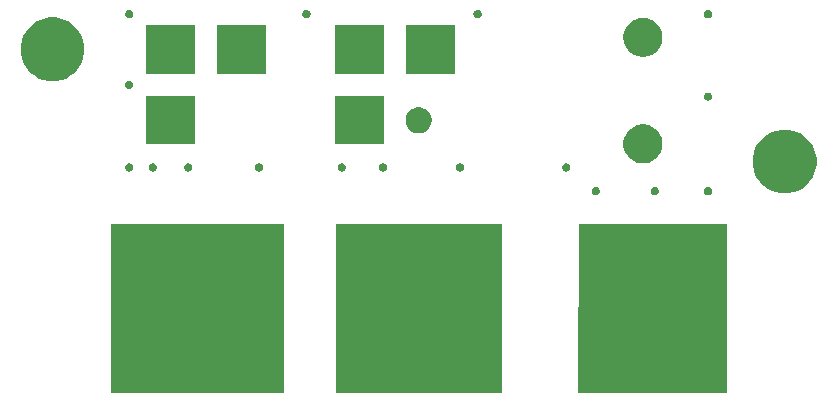
<source format=gbr>
G04 #@! TF.GenerationSoftware,KiCad,Pcbnew,(5.1.5)-3*
G04 #@! TF.CreationDate,2020-06-04T11:53:39+03:00*
G04 #@! TF.ProjectId,kelvin,6b656c76-696e-42e6-9b69-6361645f7063,rev?*
G04 #@! TF.SameCoordinates,Original*
G04 #@! TF.FileFunction,Soldermask,Top*
G04 #@! TF.FilePolarity,Negative*
%FSLAX46Y46*%
G04 Gerber Fmt 4.6, Leading zero omitted, Abs format (unit mm)*
G04 Created by KiCad (PCBNEW (5.1.5)-3) date 2020-06-04 11:53:39*
%MOMM*%
%LPD*%
G04 APERTURE LIST*
%ADD10C,0.100000*%
G04 APERTURE END LIST*
D10*
G36*
X153000000Y-110000000D02*
G01*
X140500000Y-110000000D01*
X140550000Y-95800000D01*
X153050000Y-95800000D01*
X153000000Y-110000000D01*
G37*
X153000000Y-110000000D02*
X140500000Y-110000000D01*
X140550000Y-95800000D01*
X153050000Y-95800000D01*
X153000000Y-110000000D01*
G36*
X115500000Y-110000000D02*
G01*
X101000000Y-110000000D01*
X101000000Y-95800000D01*
X115500000Y-95800000D01*
X115500000Y-110000000D01*
G37*
X115500000Y-110000000D02*
X101000000Y-110000000D01*
X101000000Y-95800000D01*
X115500000Y-95800000D01*
X115500000Y-110000000D01*
G36*
X134000000Y-110000000D02*
G01*
X120000000Y-110000000D01*
X120000000Y-95800000D01*
X134000000Y-95800000D01*
X134000000Y-110000000D01*
G37*
X134000000Y-110000000D02*
X120000000Y-110000000D01*
X120000000Y-95800000D01*
X134000000Y-95800000D01*
X134000000Y-110000000D01*
G36*
X151602383Y-92662489D02*
G01*
X151602386Y-92662490D01*
X151602385Y-92662490D01*
X151666258Y-92688946D01*
X151723748Y-92727360D01*
X151772640Y-92776252D01*
X151811054Y-92833742D01*
X151832624Y-92885818D01*
X151837511Y-92897617D01*
X151851000Y-92965430D01*
X151851000Y-93034570D01*
X151837511Y-93102383D01*
X151837510Y-93102385D01*
X151811054Y-93166258D01*
X151772640Y-93223748D01*
X151723748Y-93272640D01*
X151666258Y-93311054D01*
X151614182Y-93332624D01*
X151602383Y-93337511D01*
X151534570Y-93351000D01*
X151465430Y-93351000D01*
X151397617Y-93337511D01*
X151385818Y-93332624D01*
X151333742Y-93311054D01*
X151276252Y-93272640D01*
X151227360Y-93223748D01*
X151188946Y-93166258D01*
X151162490Y-93102385D01*
X151162489Y-93102383D01*
X151149000Y-93034570D01*
X151149000Y-92965430D01*
X151162489Y-92897617D01*
X151167376Y-92885818D01*
X151188946Y-92833742D01*
X151227360Y-92776252D01*
X151276252Y-92727360D01*
X151333742Y-92688946D01*
X151397615Y-92662490D01*
X151397614Y-92662490D01*
X151397617Y-92662489D01*
X151465430Y-92649000D01*
X151534570Y-92649000D01*
X151602383Y-92662489D01*
G37*
G36*
X142102383Y-92662489D02*
G01*
X142102386Y-92662490D01*
X142102385Y-92662490D01*
X142166258Y-92688946D01*
X142223748Y-92727360D01*
X142272640Y-92776252D01*
X142311054Y-92833742D01*
X142332624Y-92885818D01*
X142337511Y-92897617D01*
X142351000Y-92965430D01*
X142351000Y-93034570D01*
X142337511Y-93102383D01*
X142337510Y-93102385D01*
X142311054Y-93166258D01*
X142272640Y-93223748D01*
X142223748Y-93272640D01*
X142166258Y-93311054D01*
X142114182Y-93332624D01*
X142102383Y-93337511D01*
X142034570Y-93351000D01*
X141965430Y-93351000D01*
X141897617Y-93337511D01*
X141885818Y-93332624D01*
X141833742Y-93311054D01*
X141776252Y-93272640D01*
X141727360Y-93223748D01*
X141688946Y-93166258D01*
X141662490Y-93102385D01*
X141662489Y-93102383D01*
X141649000Y-93034570D01*
X141649000Y-92965430D01*
X141662489Y-92897617D01*
X141667376Y-92885818D01*
X141688946Y-92833742D01*
X141727360Y-92776252D01*
X141776252Y-92727360D01*
X141833742Y-92688946D01*
X141897615Y-92662490D01*
X141897614Y-92662490D01*
X141897617Y-92662489D01*
X141965430Y-92649000D01*
X142034570Y-92649000D01*
X142102383Y-92662489D01*
G37*
G36*
X147102383Y-92662489D02*
G01*
X147102386Y-92662490D01*
X147102385Y-92662490D01*
X147166258Y-92688946D01*
X147223748Y-92727360D01*
X147272640Y-92776252D01*
X147311054Y-92833742D01*
X147332624Y-92885818D01*
X147337511Y-92897617D01*
X147351000Y-92965430D01*
X147351000Y-93034570D01*
X147337511Y-93102383D01*
X147337510Y-93102385D01*
X147311054Y-93166258D01*
X147272640Y-93223748D01*
X147223748Y-93272640D01*
X147166258Y-93311054D01*
X147114182Y-93332624D01*
X147102383Y-93337511D01*
X147034570Y-93351000D01*
X146965430Y-93351000D01*
X146897617Y-93337511D01*
X146885818Y-93332624D01*
X146833742Y-93311054D01*
X146776252Y-93272640D01*
X146727360Y-93223748D01*
X146688946Y-93166258D01*
X146662490Y-93102385D01*
X146662489Y-93102383D01*
X146649000Y-93034570D01*
X146649000Y-92965430D01*
X146662489Y-92897617D01*
X146667376Y-92885818D01*
X146688946Y-92833742D01*
X146727360Y-92776252D01*
X146776252Y-92727360D01*
X146833742Y-92688946D01*
X146897615Y-92662490D01*
X146897614Y-92662490D01*
X146897617Y-92662489D01*
X146965430Y-92649000D01*
X147034570Y-92649000D01*
X147102383Y-92662489D01*
G37*
G36*
X158787852Y-87902797D02*
G01*
X159279402Y-88106404D01*
X159279403Y-88106405D01*
X159721787Y-88401996D01*
X160098004Y-88778213D01*
X160137544Y-88837389D01*
X160393596Y-89220598D01*
X160597203Y-89712148D01*
X160701000Y-90233973D01*
X160701000Y-90766027D01*
X160597203Y-91287852D01*
X160393596Y-91779402D01*
X160393595Y-91779403D01*
X160098004Y-92221787D01*
X159721787Y-92598004D01*
X159426195Y-92795512D01*
X159279402Y-92893596D01*
X158787852Y-93097203D01*
X158266027Y-93201000D01*
X157733973Y-93201000D01*
X157212148Y-93097203D01*
X156720598Y-92893596D01*
X156573805Y-92795512D01*
X156278213Y-92598004D01*
X155901996Y-92221787D01*
X155606405Y-91779403D01*
X155606404Y-91779402D01*
X155402797Y-91287852D01*
X155299000Y-90766027D01*
X155299000Y-90233973D01*
X155402797Y-89712148D01*
X155606404Y-89220598D01*
X155862456Y-88837389D01*
X155901996Y-88778213D01*
X156278213Y-88401996D01*
X156720597Y-88106405D01*
X156720598Y-88106404D01*
X157212148Y-87902797D01*
X157733973Y-87799000D01*
X158266027Y-87799000D01*
X158787852Y-87902797D01*
G37*
G36*
X124102383Y-90662489D02*
G01*
X124102386Y-90662490D01*
X124102385Y-90662490D01*
X124166258Y-90688946D01*
X124223748Y-90727360D01*
X124272640Y-90776252D01*
X124311054Y-90833742D01*
X124332624Y-90885818D01*
X124337511Y-90897617D01*
X124351000Y-90965430D01*
X124351000Y-91034570D01*
X124337511Y-91102383D01*
X124337510Y-91102385D01*
X124311054Y-91166258D01*
X124272640Y-91223748D01*
X124223748Y-91272640D01*
X124166258Y-91311054D01*
X124114182Y-91332624D01*
X124102383Y-91337511D01*
X124034570Y-91351000D01*
X123965430Y-91351000D01*
X123897617Y-91337511D01*
X123885818Y-91332624D01*
X123833742Y-91311054D01*
X123776252Y-91272640D01*
X123727360Y-91223748D01*
X123688946Y-91166258D01*
X123662490Y-91102385D01*
X123662489Y-91102383D01*
X123649000Y-91034570D01*
X123649000Y-90965430D01*
X123662489Y-90897617D01*
X123667376Y-90885818D01*
X123688946Y-90833742D01*
X123727360Y-90776252D01*
X123776252Y-90727360D01*
X123833742Y-90688946D01*
X123897615Y-90662490D01*
X123897614Y-90662490D01*
X123897617Y-90662489D01*
X123965430Y-90649000D01*
X124034570Y-90649000D01*
X124102383Y-90662489D01*
G37*
G36*
X139602383Y-90662489D02*
G01*
X139602386Y-90662490D01*
X139602385Y-90662490D01*
X139666258Y-90688946D01*
X139723748Y-90727360D01*
X139772640Y-90776252D01*
X139811054Y-90833742D01*
X139832624Y-90885818D01*
X139837511Y-90897617D01*
X139851000Y-90965430D01*
X139851000Y-91034570D01*
X139837511Y-91102383D01*
X139837510Y-91102385D01*
X139811054Y-91166258D01*
X139772640Y-91223748D01*
X139723748Y-91272640D01*
X139666258Y-91311054D01*
X139614182Y-91332624D01*
X139602383Y-91337511D01*
X139534570Y-91351000D01*
X139465430Y-91351000D01*
X139397617Y-91337511D01*
X139385818Y-91332624D01*
X139333742Y-91311054D01*
X139276252Y-91272640D01*
X139227360Y-91223748D01*
X139188946Y-91166258D01*
X139162490Y-91102385D01*
X139162489Y-91102383D01*
X139149000Y-91034570D01*
X139149000Y-90965430D01*
X139162489Y-90897617D01*
X139167376Y-90885818D01*
X139188946Y-90833742D01*
X139227360Y-90776252D01*
X139276252Y-90727360D01*
X139333742Y-90688946D01*
X139397615Y-90662490D01*
X139397614Y-90662490D01*
X139397617Y-90662489D01*
X139465430Y-90649000D01*
X139534570Y-90649000D01*
X139602383Y-90662489D01*
G37*
G36*
X130602383Y-90662489D02*
G01*
X130602386Y-90662490D01*
X130602385Y-90662490D01*
X130666258Y-90688946D01*
X130723748Y-90727360D01*
X130772640Y-90776252D01*
X130811054Y-90833742D01*
X130832624Y-90885818D01*
X130837511Y-90897617D01*
X130851000Y-90965430D01*
X130851000Y-91034570D01*
X130837511Y-91102383D01*
X130837510Y-91102385D01*
X130811054Y-91166258D01*
X130772640Y-91223748D01*
X130723748Y-91272640D01*
X130666258Y-91311054D01*
X130614182Y-91332624D01*
X130602383Y-91337511D01*
X130534570Y-91351000D01*
X130465430Y-91351000D01*
X130397617Y-91337511D01*
X130385818Y-91332624D01*
X130333742Y-91311054D01*
X130276252Y-91272640D01*
X130227360Y-91223748D01*
X130188946Y-91166258D01*
X130162490Y-91102385D01*
X130162489Y-91102383D01*
X130149000Y-91034570D01*
X130149000Y-90965430D01*
X130162489Y-90897617D01*
X130167376Y-90885818D01*
X130188946Y-90833742D01*
X130227360Y-90776252D01*
X130276252Y-90727360D01*
X130333742Y-90688946D01*
X130397615Y-90662490D01*
X130397614Y-90662490D01*
X130397617Y-90662489D01*
X130465430Y-90649000D01*
X130534570Y-90649000D01*
X130602383Y-90662489D01*
G37*
G36*
X120602383Y-90662489D02*
G01*
X120602386Y-90662490D01*
X120602385Y-90662490D01*
X120666258Y-90688946D01*
X120723748Y-90727360D01*
X120772640Y-90776252D01*
X120811054Y-90833742D01*
X120832624Y-90885818D01*
X120837511Y-90897617D01*
X120851000Y-90965430D01*
X120851000Y-91034570D01*
X120837511Y-91102383D01*
X120837510Y-91102385D01*
X120811054Y-91166258D01*
X120772640Y-91223748D01*
X120723748Y-91272640D01*
X120666258Y-91311054D01*
X120614182Y-91332624D01*
X120602383Y-91337511D01*
X120534570Y-91351000D01*
X120465430Y-91351000D01*
X120397617Y-91337511D01*
X120385818Y-91332624D01*
X120333742Y-91311054D01*
X120276252Y-91272640D01*
X120227360Y-91223748D01*
X120188946Y-91166258D01*
X120162490Y-91102385D01*
X120162489Y-91102383D01*
X120149000Y-91034570D01*
X120149000Y-90965430D01*
X120162489Y-90897617D01*
X120167376Y-90885818D01*
X120188946Y-90833742D01*
X120227360Y-90776252D01*
X120276252Y-90727360D01*
X120333742Y-90688946D01*
X120397615Y-90662490D01*
X120397614Y-90662490D01*
X120397617Y-90662489D01*
X120465430Y-90649000D01*
X120534570Y-90649000D01*
X120602383Y-90662489D01*
G37*
G36*
X107602383Y-90662489D02*
G01*
X107602386Y-90662490D01*
X107602385Y-90662490D01*
X107666258Y-90688946D01*
X107723748Y-90727360D01*
X107772640Y-90776252D01*
X107811054Y-90833742D01*
X107832624Y-90885818D01*
X107837511Y-90897617D01*
X107851000Y-90965430D01*
X107851000Y-91034570D01*
X107837511Y-91102383D01*
X107837510Y-91102385D01*
X107811054Y-91166258D01*
X107772640Y-91223748D01*
X107723748Y-91272640D01*
X107666258Y-91311054D01*
X107614182Y-91332624D01*
X107602383Y-91337511D01*
X107534570Y-91351000D01*
X107465430Y-91351000D01*
X107397617Y-91337511D01*
X107385818Y-91332624D01*
X107333742Y-91311054D01*
X107276252Y-91272640D01*
X107227360Y-91223748D01*
X107188946Y-91166258D01*
X107162490Y-91102385D01*
X107162489Y-91102383D01*
X107149000Y-91034570D01*
X107149000Y-90965430D01*
X107162489Y-90897617D01*
X107167376Y-90885818D01*
X107188946Y-90833742D01*
X107227360Y-90776252D01*
X107276252Y-90727360D01*
X107333742Y-90688946D01*
X107397615Y-90662490D01*
X107397614Y-90662490D01*
X107397617Y-90662489D01*
X107465430Y-90649000D01*
X107534570Y-90649000D01*
X107602383Y-90662489D01*
G37*
G36*
X104602383Y-90662489D02*
G01*
X104602386Y-90662490D01*
X104602385Y-90662490D01*
X104666258Y-90688946D01*
X104723748Y-90727360D01*
X104772640Y-90776252D01*
X104811054Y-90833742D01*
X104832624Y-90885818D01*
X104837511Y-90897617D01*
X104851000Y-90965430D01*
X104851000Y-91034570D01*
X104837511Y-91102383D01*
X104837510Y-91102385D01*
X104811054Y-91166258D01*
X104772640Y-91223748D01*
X104723748Y-91272640D01*
X104666258Y-91311054D01*
X104614182Y-91332624D01*
X104602383Y-91337511D01*
X104534570Y-91351000D01*
X104465430Y-91351000D01*
X104397617Y-91337511D01*
X104385818Y-91332624D01*
X104333742Y-91311054D01*
X104276252Y-91272640D01*
X104227360Y-91223748D01*
X104188946Y-91166258D01*
X104162490Y-91102385D01*
X104162489Y-91102383D01*
X104149000Y-91034570D01*
X104149000Y-90965430D01*
X104162489Y-90897617D01*
X104167376Y-90885818D01*
X104188946Y-90833742D01*
X104227360Y-90776252D01*
X104276252Y-90727360D01*
X104333742Y-90688946D01*
X104397615Y-90662490D01*
X104397614Y-90662490D01*
X104397617Y-90662489D01*
X104465430Y-90649000D01*
X104534570Y-90649000D01*
X104602383Y-90662489D01*
G37*
G36*
X102602383Y-90662489D02*
G01*
X102602386Y-90662490D01*
X102602385Y-90662490D01*
X102666258Y-90688946D01*
X102723748Y-90727360D01*
X102772640Y-90776252D01*
X102811054Y-90833742D01*
X102832624Y-90885818D01*
X102837511Y-90897617D01*
X102851000Y-90965430D01*
X102851000Y-91034570D01*
X102837511Y-91102383D01*
X102837510Y-91102385D01*
X102811054Y-91166258D01*
X102772640Y-91223748D01*
X102723748Y-91272640D01*
X102666258Y-91311054D01*
X102614182Y-91332624D01*
X102602383Y-91337511D01*
X102534570Y-91351000D01*
X102465430Y-91351000D01*
X102397617Y-91337511D01*
X102385818Y-91332624D01*
X102333742Y-91311054D01*
X102276252Y-91272640D01*
X102227360Y-91223748D01*
X102188946Y-91166258D01*
X102162490Y-91102385D01*
X102162489Y-91102383D01*
X102149000Y-91034570D01*
X102149000Y-90965430D01*
X102162489Y-90897617D01*
X102167376Y-90885818D01*
X102188946Y-90833742D01*
X102227360Y-90776252D01*
X102276252Y-90727360D01*
X102333742Y-90688946D01*
X102397615Y-90662490D01*
X102397614Y-90662490D01*
X102397617Y-90662489D01*
X102465430Y-90649000D01*
X102534570Y-90649000D01*
X102602383Y-90662489D01*
G37*
G36*
X113602383Y-90662489D02*
G01*
X113602386Y-90662490D01*
X113602385Y-90662490D01*
X113666258Y-90688946D01*
X113723748Y-90727360D01*
X113772640Y-90776252D01*
X113811054Y-90833742D01*
X113832624Y-90885818D01*
X113837511Y-90897617D01*
X113851000Y-90965430D01*
X113851000Y-91034570D01*
X113837511Y-91102383D01*
X113837510Y-91102385D01*
X113811054Y-91166258D01*
X113772640Y-91223748D01*
X113723748Y-91272640D01*
X113666258Y-91311054D01*
X113614182Y-91332624D01*
X113602383Y-91337511D01*
X113534570Y-91351000D01*
X113465430Y-91351000D01*
X113397617Y-91337511D01*
X113385818Y-91332624D01*
X113333742Y-91311054D01*
X113276252Y-91272640D01*
X113227360Y-91223748D01*
X113188946Y-91166258D01*
X113162490Y-91102385D01*
X113162489Y-91102383D01*
X113149000Y-91034570D01*
X113149000Y-90965430D01*
X113162489Y-90897617D01*
X113167376Y-90885818D01*
X113188946Y-90833742D01*
X113227360Y-90776252D01*
X113276252Y-90727360D01*
X113333742Y-90688946D01*
X113397615Y-90662490D01*
X113397614Y-90662490D01*
X113397617Y-90662489D01*
X113465430Y-90649000D01*
X113534570Y-90649000D01*
X113602383Y-90662489D01*
G37*
G36*
X146375256Y-87391298D02*
G01*
X146481579Y-87412447D01*
X146782042Y-87536903D01*
X147052451Y-87717585D01*
X147282415Y-87947549D01*
X147388559Y-88106405D01*
X147463098Y-88217960D01*
X147587553Y-88518422D01*
X147651000Y-88837389D01*
X147651000Y-89162611D01*
X147587553Y-89481578D01*
X147492049Y-89712147D01*
X147463097Y-89782042D01*
X147282415Y-90052451D01*
X147052451Y-90282415D01*
X146782042Y-90463097D01*
X146481579Y-90587553D01*
X146375256Y-90608702D01*
X146162611Y-90651000D01*
X145837389Y-90651000D01*
X145624744Y-90608702D01*
X145518421Y-90587553D01*
X145217958Y-90463097D01*
X144947549Y-90282415D01*
X144717585Y-90052451D01*
X144536903Y-89782042D01*
X144507952Y-89712147D01*
X144412447Y-89481578D01*
X144349000Y-89162611D01*
X144349000Y-88837389D01*
X144412447Y-88518422D01*
X144536902Y-88217960D01*
X144611441Y-88106405D01*
X144717585Y-87947549D01*
X144947549Y-87717585D01*
X145217958Y-87536903D01*
X145518421Y-87412447D01*
X145624744Y-87391298D01*
X145837389Y-87349000D01*
X146162611Y-87349000D01*
X146375256Y-87391298D01*
G37*
G36*
X124051000Y-89051000D02*
G01*
X119949000Y-89051000D01*
X119949000Y-84949000D01*
X124051000Y-84949000D01*
X124051000Y-89051000D01*
G37*
G36*
X108051000Y-89051000D02*
G01*
X103949000Y-89051000D01*
X103949000Y-84949000D01*
X108051000Y-84949000D01*
X108051000Y-89051000D01*
G37*
G36*
X127214794Y-85920155D02*
G01*
X127321150Y-85941311D01*
X127521520Y-86024307D01*
X127701844Y-86144795D01*
X127855205Y-86298156D01*
X127975693Y-86478480D01*
X128058689Y-86678851D01*
X128101000Y-86891560D01*
X128101000Y-87108440D01*
X128058689Y-87321149D01*
X127975693Y-87521520D01*
X127855205Y-87701844D01*
X127701844Y-87855205D01*
X127521520Y-87975693D01*
X127321150Y-88058689D01*
X127214795Y-88079844D01*
X127108440Y-88101000D01*
X126891560Y-88101000D01*
X126785205Y-88079844D01*
X126678850Y-88058689D01*
X126478480Y-87975693D01*
X126298156Y-87855205D01*
X126144795Y-87701844D01*
X126024307Y-87521520D01*
X125941311Y-87321149D01*
X125899000Y-87108440D01*
X125899000Y-86891560D01*
X125941311Y-86678851D01*
X126024307Y-86478480D01*
X126144795Y-86298156D01*
X126298156Y-86144795D01*
X126478480Y-86024307D01*
X126678850Y-85941311D01*
X126785205Y-85920156D01*
X126891560Y-85899000D01*
X127108440Y-85899000D01*
X127214794Y-85920155D01*
G37*
G36*
X151602383Y-84662489D02*
G01*
X151602386Y-84662490D01*
X151602385Y-84662490D01*
X151666258Y-84688946D01*
X151723748Y-84727360D01*
X151772640Y-84776252D01*
X151811054Y-84833742D01*
X151832624Y-84885818D01*
X151837511Y-84897617D01*
X151851000Y-84965430D01*
X151851000Y-85034570D01*
X151837511Y-85102383D01*
X151837510Y-85102385D01*
X151811054Y-85166258D01*
X151772640Y-85223748D01*
X151723748Y-85272640D01*
X151666258Y-85311054D01*
X151614182Y-85332624D01*
X151602383Y-85337511D01*
X151534570Y-85351000D01*
X151465430Y-85351000D01*
X151397617Y-85337511D01*
X151385818Y-85332624D01*
X151333742Y-85311054D01*
X151276252Y-85272640D01*
X151227360Y-85223748D01*
X151188946Y-85166258D01*
X151162490Y-85102385D01*
X151162489Y-85102383D01*
X151149000Y-85034570D01*
X151149000Y-84965430D01*
X151162489Y-84897617D01*
X151167376Y-84885818D01*
X151188946Y-84833742D01*
X151227360Y-84776252D01*
X151276252Y-84727360D01*
X151333742Y-84688946D01*
X151397615Y-84662490D01*
X151397614Y-84662490D01*
X151397617Y-84662489D01*
X151465430Y-84649000D01*
X151534570Y-84649000D01*
X151602383Y-84662489D01*
G37*
G36*
X102602383Y-83662489D02*
G01*
X102602386Y-83662490D01*
X102602385Y-83662490D01*
X102666258Y-83688946D01*
X102723748Y-83727360D01*
X102772640Y-83776252D01*
X102811054Y-83833742D01*
X102832624Y-83885818D01*
X102837511Y-83897617D01*
X102851000Y-83965430D01*
X102851000Y-84034570D01*
X102837511Y-84102383D01*
X102837510Y-84102385D01*
X102811054Y-84166258D01*
X102772640Y-84223748D01*
X102723748Y-84272640D01*
X102666258Y-84311054D01*
X102614182Y-84332624D01*
X102602383Y-84337511D01*
X102534570Y-84351000D01*
X102465430Y-84351000D01*
X102397617Y-84337511D01*
X102385818Y-84332624D01*
X102333742Y-84311054D01*
X102276252Y-84272640D01*
X102227360Y-84223748D01*
X102188946Y-84166258D01*
X102162490Y-84102385D01*
X102162489Y-84102383D01*
X102149000Y-84034570D01*
X102149000Y-83965430D01*
X102162489Y-83897617D01*
X102167376Y-83885818D01*
X102188946Y-83833742D01*
X102227360Y-83776252D01*
X102276252Y-83727360D01*
X102333742Y-83688946D01*
X102397615Y-83662490D01*
X102397614Y-83662490D01*
X102397617Y-83662489D01*
X102465430Y-83649000D01*
X102534570Y-83649000D01*
X102602383Y-83662489D01*
G37*
G36*
X96787852Y-78402797D02*
G01*
X97279402Y-78606404D01*
X97279403Y-78606405D01*
X97721787Y-78901996D01*
X98098004Y-79278213D01*
X98258506Y-79518422D01*
X98393596Y-79720598D01*
X98597203Y-80212148D01*
X98701000Y-80733973D01*
X98701000Y-81266027D01*
X98597203Y-81787852D01*
X98393596Y-82279402D01*
X98393595Y-82279403D01*
X98098004Y-82721787D01*
X97721787Y-83098004D01*
X97426195Y-83295512D01*
X97279402Y-83393596D01*
X96787852Y-83597203D01*
X96266027Y-83701000D01*
X95733973Y-83701000D01*
X95212148Y-83597203D01*
X94720598Y-83393596D01*
X94573805Y-83295512D01*
X94278213Y-83098004D01*
X93901996Y-82721787D01*
X93606405Y-82279403D01*
X93606404Y-82279402D01*
X93402797Y-81787852D01*
X93299000Y-81266027D01*
X93299000Y-80733973D01*
X93402797Y-80212148D01*
X93606404Y-79720598D01*
X93741494Y-79518422D01*
X93901996Y-79278213D01*
X94278213Y-78901996D01*
X94720597Y-78606405D01*
X94720598Y-78606404D01*
X95212148Y-78402797D01*
X95733973Y-78299000D01*
X96266027Y-78299000D01*
X96787852Y-78402797D01*
G37*
G36*
X124051000Y-83051000D02*
G01*
X119949000Y-83051000D01*
X119949000Y-78949000D01*
X124051000Y-78949000D01*
X124051000Y-83051000D01*
G37*
G36*
X130051000Y-83051000D02*
G01*
X125949000Y-83051000D01*
X125949000Y-78949000D01*
X130051000Y-78949000D01*
X130051000Y-83051000D01*
G37*
G36*
X114051000Y-83051000D02*
G01*
X109949000Y-83051000D01*
X109949000Y-78949000D01*
X114051000Y-78949000D01*
X114051000Y-83051000D01*
G37*
G36*
X108051000Y-83051000D02*
G01*
X103949000Y-83051000D01*
X103949000Y-78949000D01*
X108051000Y-78949000D01*
X108051000Y-83051000D01*
G37*
G36*
X146375256Y-78391298D02*
G01*
X146481579Y-78412447D01*
X146782042Y-78536903D01*
X147052451Y-78717585D01*
X147282415Y-78947549D01*
X147463097Y-79217958D01*
X147463098Y-79217960D01*
X147587553Y-79518422D01*
X147651000Y-79837389D01*
X147651000Y-80162611D01*
X147641146Y-80212148D01*
X147587553Y-80481579D01*
X147463097Y-80782042D01*
X147282415Y-81052451D01*
X147052451Y-81282415D01*
X146782042Y-81463097D01*
X146782041Y-81463098D01*
X146782040Y-81463098D01*
X146694037Y-81499550D01*
X146481579Y-81587553D01*
X146375256Y-81608702D01*
X146162611Y-81651000D01*
X145837389Y-81651000D01*
X145624744Y-81608702D01*
X145518421Y-81587553D01*
X145305963Y-81499550D01*
X145217960Y-81463098D01*
X145217959Y-81463098D01*
X145217958Y-81463097D01*
X144947549Y-81282415D01*
X144717585Y-81052451D01*
X144536903Y-80782042D01*
X144412447Y-80481579D01*
X144358854Y-80212148D01*
X144349000Y-80162611D01*
X144349000Y-79837389D01*
X144412447Y-79518422D01*
X144536902Y-79217960D01*
X144536903Y-79217958D01*
X144717585Y-78947549D01*
X144947549Y-78717585D01*
X145217958Y-78536903D01*
X145518421Y-78412447D01*
X145624744Y-78391298D01*
X145837389Y-78349000D01*
X146162611Y-78349000D01*
X146375256Y-78391298D01*
G37*
G36*
X102602383Y-77662489D02*
G01*
X102602386Y-77662490D01*
X102602385Y-77662490D01*
X102666258Y-77688946D01*
X102723748Y-77727360D01*
X102772640Y-77776252D01*
X102811054Y-77833742D01*
X102832624Y-77885818D01*
X102837511Y-77897617D01*
X102851000Y-77965430D01*
X102851000Y-78034570D01*
X102837511Y-78102383D01*
X102837510Y-78102385D01*
X102811054Y-78166258D01*
X102772640Y-78223748D01*
X102723748Y-78272640D01*
X102666258Y-78311054D01*
X102614182Y-78332624D01*
X102602383Y-78337511D01*
X102534570Y-78351000D01*
X102465430Y-78351000D01*
X102397617Y-78337511D01*
X102385818Y-78332624D01*
X102333742Y-78311054D01*
X102276252Y-78272640D01*
X102227360Y-78223748D01*
X102188946Y-78166258D01*
X102162490Y-78102385D01*
X102162489Y-78102383D01*
X102149000Y-78034570D01*
X102149000Y-77965430D01*
X102162489Y-77897617D01*
X102167376Y-77885818D01*
X102188946Y-77833742D01*
X102227360Y-77776252D01*
X102276252Y-77727360D01*
X102333742Y-77688946D01*
X102397615Y-77662490D01*
X102397614Y-77662490D01*
X102397617Y-77662489D01*
X102465430Y-77649000D01*
X102534570Y-77649000D01*
X102602383Y-77662489D01*
G37*
G36*
X117602383Y-77662489D02*
G01*
X117602386Y-77662490D01*
X117602385Y-77662490D01*
X117666258Y-77688946D01*
X117723748Y-77727360D01*
X117772640Y-77776252D01*
X117811054Y-77833742D01*
X117832624Y-77885818D01*
X117837511Y-77897617D01*
X117851000Y-77965430D01*
X117851000Y-78034570D01*
X117837511Y-78102383D01*
X117837510Y-78102385D01*
X117811054Y-78166258D01*
X117772640Y-78223748D01*
X117723748Y-78272640D01*
X117666258Y-78311054D01*
X117614182Y-78332624D01*
X117602383Y-78337511D01*
X117534570Y-78351000D01*
X117465430Y-78351000D01*
X117397617Y-78337511D01*
X117385818Y-78332624D01*
X117333742Y-78311054D01*
X117276252Y-78272640D01*
X117227360Y-78223748D01*
X117188946Y-78166258D01*
X117162490Y-78102385D01*
X117162489Y-78102383D01*
X117149000Y-78034570D01*
X117149000Y-77965430D01*
X117162489Y-77897617D01*
X117167376Y-77885818D01*
X117188946Y-77833742D01*
X117227360Y-77776252D01*
X117276252Y-77727360D01*
X117333742Y-77688946D01*
X117397615Y-77662490D01*
X117397614Y-77662490D01*
X117397617Y-77662489D01*
X117465430Y-77649000D01*
X117534570Y-77649000D01*
X117602383Y-77662489D01*
G37*
G36*
X132102383Y-77662489D02*
G01*
X132102386Y-77662490D01*
X132102385Y-77662490D01*
X132166258Y-77688946D01*
X132223748Y-77727360D01*
X132272640Y-77776252D01*
X132311054Y-77833742D01*
X132332624Y-77885818D01*
X132337511Y-77897617D01*
X132351000Y-77965430D01*
X132351000Y-78034570D01*
X132337511Y-78102383D01*
X132337510Y-78102385D01*
X132311054Y-78166258D01*
X132272640Y-78223748D01*
X132223748Y-78272640D01*
X132166258Y-78311054D01*
X132114182Y-78332624D01*
X132102383Y-78337511D01*
X132034570Y-78351000D01*
X131965430Y-78351000D01*
X131897617Y-78337511D01*
X131885818Y-78332624D01*
X131833742Y-78311054D01*
X131776252Y-78272640D01*
X131727360Y-78223748D01*
X131688946Y-78166258D01*
X131662490Y-78102385D01*
X131662489Y-78102383D01*
X131649000Y-78034570D01*
X131649000Y-77965430D01*
X131662489Y-77897617D01*
X131667376Y-77885818D01*
X131688946Y-77833742D01*
X131727360Y-77776252D01*
X131776252Y-77727360D01*
X131833742Y-77688946D01*
X131897615Y-77662490D01*
X131897614Y-77662490D01*
X131897617Y-77662489D01*
X131965430Y-77649000D01*
X132034570Y-77649000D01*
X132102383Y-77662489D01*
G37*
G36*
X151602383Y-77662489D02*
G01*
X151602386Y-77662490D01*
X151602385Y-77662490D01*
X151666258Y-77688946D01*
X151723748Y-77727360D01*
X151772640Y-77776252D01*
X151811054Y-77833742D01*
X151832624Y-77885818D01*
X151837511Y-77897617D01*
X151851000Y-77965430D01*
X151851000Y-78034570D01*
X151837511Y-78102383D01*
X151837510Y-78102385D01*
X151811054Y-78166258D01*
X151772640Y-78223748D01*
X151723748Y-78272640D01*
X151666258Y-78311054D01*
X151614182Y-78332624D01*
X151602383Y-78337511D01*
X151534570Y-78351000D01*
X151465430Y-78351000D01*
X151397617Y-78337511D01*
X151385818Y-78332624D01*
X151333742Y-78311054D01*
X151276252Y-78272640D01*
X151227360Y-78223748D01*
X151188946Y-78166258D01*
X151162490Y-78102385D01*
X151162489Y-78102383D01*
X151149000Y-78034570D01*
X151149000Y-77965430D01*
X151162489Y-77897617D01*
X151167376Y-77885818D01*
X151188946Y-77833742D01*
X151227360Y-77776252D01*
X151276252Y-77727360D01*
X151333742Y-77688946D01*
X151397615Y-77662490D01*
X151397614Y-77662490D01*
X151397617Y-77662489D01*
X151465430Y-77649000D01*
X151534570Y-77649000D01*
X151602383Y-77662489D01*
G37*
M02*

</source>
